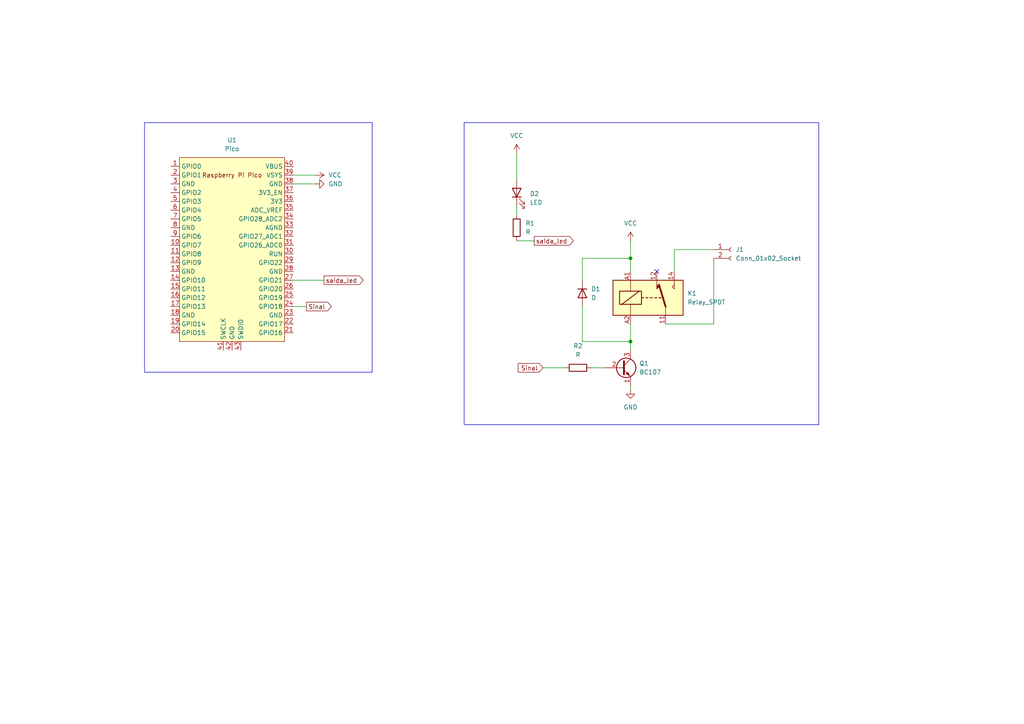
<source format=kicad_sch>
(kicad_sch (version 20231120) (generator "eeschema") (generator_version "8.0")
  (paper "A4")
  (lib_symbols
    (symbol "Connector:Conn_01x02_Socket" (pin_names (offset 1.016) hide)
      (property "Reference" "J" (at 0 2.54 0))
      (property "Value" "Conn_01x02_Socket" (at 0 -5.08 0))
      (symbol "Conn_01x02_Socket_1_1"
        (arc (start 0 -2.032) (mid -0.5058 -2.54) (end 0 -3.048) (stroke (width 0.1524)))
        (polyline (pts (xy -1.27 -2.54) (xy -0.508 -2.54)) (stroke (width 0.1524)))
        (polyline (pts (xy -1.27 0) (xy -0.508 0)) (stroke (width 0.1524)))
        (arc (start 0 0.508) (mid -0.5058 0) (end 0 -0.508) (stroke (width 0.1524)))
        (pin passive line (at -5.08 0 0) (length 3.81) (name "Pin_1") (number "1"))
        (pin passive line (at -5.08 -2.54 0) (length 3.81) (name "Pin_2") (number "2"))
      )
    )
    (symbol "Device:D" (pin_numbers hide) (pin_names (offset 1.016) hide)
      (property "Reference" "D" (at 0 2.54 0))
      (property "Value" "D" (at 0 -2.54 0))
      (symbol "D_0_1"
        (polyline (pts (xy -1.27 1.27) (xy -1.27 -1.27)) (stroke (width 0.254)))
        (polyline (pts (xy 1.27 0) (xy -1.27 0)))
        (polyline (pts (xy 1.27 1.27) (xy 1.27 -1.27) (xy -1.27 0) (xy 1.27 1.27)) (stroke (width 0.254)))
      )
      (symbol "D_1_1"
        (pin passive line (at -3.81 0 0) (length 2.54) (name "K") (number "1"))
        (pin passive line (at 3.81 0 180) (length 2.54) (name "A") (number "2"))
      )
    )
    (symbol "Device:LED" (pin_numbers hide) (pin_names (offset 1.016) hide)
      (property "Reference" "D" (at 0 2.54 0))
      (property "Value" "LED" (at 0 -2.54 0))
      (symbol "LED_0_1"
        (polyline (pts (xy -1.27 -1.27) (xy -1.27 1.27)) (stroke (width 0.254)))
        (polyline (pts (xy -1.27 0) (xy 1.27 0)))
        (polyline (pts (xy 1.27 -1.27) (xy 1.27 1.27) (xy -1.27 0) (xy 1.27 -1.27)) (stroke (width 0.254)))
        (polyline (pts (xy -3.048 -0.762) (xy -4.572 -2.286) (xy -3.81 -2.286) (xy -4.572 -2.286) (xy -4.572 -1.524)))
        (polyline (pts (xy -1.778 -0.762) (xy -3.302 -2.286) (xy -2.54 -2.286) (xy -3.302 -2.286) (xy -3.302 -1.524)))
      )
      (symbol "LED_1_1"
        (pin passive line (at -3.81 0 0) (length 2.54) (name "K") (number "1"))
        (pin passive line (at 3.81 0 180) (length 2.54) (name "A") (number "2"))
      )
    )
    (symbol "Device:R" (pin_numbers hide) (pin_names (offset 0))
      (property "Reference" "R" (at 2.032 0 90))
      (property "Value" "R" (at 0 0 90))
      (symbol "R_0_1"
        (rectangle (start -1.016 -2.54) (end 1.016 2.54) (stroke (width 0.254)))
      )
      (symbol "R_1_1"
        (pin passive line (at 0 3.81 270) (length 1.27) (name "~") (number "1"))
        (pin passive line (at 0 -3.81 90) (length 1.27) (name "~") (number "2"))
      )
    )
    (symbol "MCU_RaspberryPi_and_Boards:Pico"
      (property "Reference" "U" (at -13.97 27.94 0))
      (property "Value" "Pico" (at 0 19.05 0))
      (symbol "Pico_0_0"
        (text "Raspberry Pi Pico" (at 0 21.59 0) (effects (font (size 1.27 1.27))))
      )
      (symbol "Pico_0_1"
        (rectangle (start -15.24 26.67) (end 15.24 -26.67) (fill (type background)))
      )
      (symbol "Pico_1_1"
        (pin bidirectional line (at -17.78 24.13 0) (length 2.54) (name "GPIO0") (number "1"))
        (pin bidirectional line (at -17.78 1.27 0) (length 2.54) (name "GPIO7") (number "10"))
        (pin bidirectional line (at -17.78 -1.27 0) (length 2.54) (name "GPIO8") (number "11"))
        (pin bidirectional line (at -17.78 -3.81 0) (length 2.54) (name "GPIO9") (number "12"))
        (pin power_in line (at -17.78 -6.35 0) (length 2.54) (name "GND") (number "13"))
        (pin bidirectional line (at -17.78 -8.89 0) (length 2.54) (name "GPIO10") (number "14"))
        (pin bidirectional line (at -17.78 -11.43 0) (length 2.54) (name "GPIO11") (number "15"))
        (pin bidirectional line (at -17.78 -13.97 0) (length 2.54) (name "GPIO12") (number "16"))
        (pin bidirectional line (at -17.78 -16.51 0) (length 2.54) (name "GPIO13") (number "17"))
        (pin power_in line (at -17.78 -19.05 0) (length 2.54) (name "GND") (number "18"))
        (pin bidirectional line (at -17.78 -21.59 0) (length 2.54) (name "GPIO14") (number "19"))
        (pin bidirectional line (at -17.78 21.59 0) (length 2.54) (name "GPIO1") (number "2"))
        (pin bidirectional line (at -17.78 -24.13 0) (length 2.54) (name "GPIO15") (number "20"))
        (pin bidirectional line (at 17.78 -24.13 180) (length 2.54) (name "GPIO16") (number "21"))
        (pin bidirectional line (at 17.78 -21.59 180) (length 2.54) (name "GPIO17") (number "22"))
        (pin power_in line (at 17.78 -19.05 180) (length 2.54) (name "GND") (number "23"))
        (pin bidirectional line (at 17.78 -16.51 180) (length 2.54) (name "GPIO18") (number "24"))
        (pin bidirectional line (at 17.78 -13.97 180) (length 2.54) (name "GPIO19") (number "25"))
        (pin bidirectional line (at 17.78 -11.43 180) (length 2.54) (name "GPIO20") (number "26"))
        (pin bidirectional line (at 17.78 -8.89 180) (length 2.54) (name "GPIO21") (number "27"))
        (pin power_in line (at 17.78 -6.35 180) (length 2.54) (name "GND") (number "28"))
        (pin bidirectional line (at 17.78 -3.81 180) (length 2.54) (name "GPIO22") (number "29"))
        (pin power_in line (at -17.78 19.05 0) (length 2.54) (name "GND") (number "3"))
        (pin input line (at 17.78 -1.27 180) (length 2.54) (name "RUN") (number "30"))
        (pin bidirectional line (at 17.78 1.27 180) (length 2.54) (name "GPIO26_ADC0") (number "31"))
        (pin bidirectional line (at 17.78 3.81 180) (length 2.54) (name "GPIO27_ADC1") (number "32"))
        (pin power_in line (at 17.78 6.35 180) (length 2.54) (name "AGND") (number "33"))
        (pin bidirectional line (at 17.78 8.89 180) (length 2.54) (name "GPIO28_ADC2") (number "34"))
        (pin power_in line (at 17.78 11.43 180) (length 2.54) (name "ADC_VREF") (number "35"))
        (pin power_in line (at 17.78 13.97 180) (length 2.54) (name "3V3") (number "36"))
        (pin input line (at 17.78 16.51 180) (length 2.54) (name "3V3_EN") (number "37"))
        (pin bidirectional line (at 17.78 19.05 180) (length 2.54) (name "GND") (number "38"))
        (pin power_in line (at 17.78 21.59 180) (length 2.54) (name "VSYS") (number "39"))
        (pin bidirectional line (at -17.78 16.51 0) (length 2.54) (name "GPIO2") (number "4"))
        (pin power_in line (at 17.78 24.13 180) (length 2.54) (name "VBUS") (number "40"))
        (pin input line (at -2.54 -29.21 90) (length 2.54) (name "SWCLK") (number "41"))
        (pin power_in line (at 0 -29.21 90) (length 2.54) (name "GND") (number "42"))
        (pin bidirectional line (at 2.54 -29.21 90) (length 2.54) (name "SWDIO") (number "43"))
        (pin bidirectional line (at -17.78 13.97 0) (length 2.54) (name "GPIO3") (number "5"))
        (pin bidirectional line (at -17.78 11.43 0) (length 2.54) (name "GPIO4") (number "6"))
        (pin bidirectional line (at -17.78 8.89 0) (length 2.54) (name "GPIO5") (number "7"))
        (pin power_in line (at -17.78 6.35 0) (length 2.54) (name "GND") (number "8"))
        (pin bidirectional line (at -17.78 3.81 0) (length 2.54) (name "GPIO6") (number "9"))
      )
    )
    (symbol "Relay:Relay_SPDT"
      (property "Reference" "K" (at 11.43 3.81 0))
      (property "Value" "Relay_SPDT" (at 11.43 1.27 0))
      (symbol "Relay_SPDT_0_0"
        (polyline (pts (xy 7.62 5.08) (xy 7.62 2.54) (xy 6.985 3.175) (xy 7.62 3.81)))
      )
      (symbol "Relay_SPDT_0_1"
        (rectangle (start -10.16 5.08) (end 10.16 -5.08) (stroke (width 0.254)) (fill (type background)))
        (rectangle (start -8.255 1.905) (end -1.905 -1.905) (stroke (width 0.254)))
        (polyline (pts (xy -7.62 -1.905) (xy -2.54 1.905)) (stroke (width 0.254)))
        (polyline (pts (xy -5.08 -5.08) (xy -5.08 -1.905)))
        (polyline (pts (xy -5.08 5.08) (xy -5.08 1.905)))
        (polyline (pts (xy -1.905 0) (xy -1.27 0)) (stroke (width 0.254)))
        (polyline (pts (xy -0.635 0) (xy 0 0)) (stroke (width 0.254)))
        (polyline (pts (xy 0.635 0) (xy 1.27 0)) (stroke (width 0.254)))
        (polyline (pts (xy 1.905 0) (xy 2.54 0)) (stroke (width 0.254)))
        (polyline (pts (xy 3.175 0) (xy 3.81 0)) (stroke (width 0.254)))
        (polyline (pts (xy 5.08 -2.54) (xy 3.175 3.81)) (stroke (width 0.508)))
        (polyline (pts (xy 5.08 -2.54) (xy 5.08 -5.08)))
        (polyline (pts (xy 2.54 5.08) (xy 2.54 2.54) (xy 3.175 3.175) (xy 2.54 3.81)) (fill (type outline)))
      )
      (symbol "Relay_SPDT_1_1"
        (pin passive line (at 5.08 -7.62 90) (length 2.54) (name "~") (number "11"))
        (pin passive line (at 2.54 7.62 270) (length 2.54) (name "~") (number "12"))
        (pin passive line (at 7.62 7.62 270) (length 2.54) (name "~") (number "14"))
        (pin passive line (at -5.08 7.62 270) (length 2.54) (name "~") (number "A1"))
        (pin passive line (at -5.08 -7.62 90) (length 2.54) (name "~") (number "A2"))
      )
    )
    (symbol "Transistor_BJT:BC107" (pin_names (offset 0) hide)
      (property "Reference" "Q" (at 5.08 1.905 0))
      (property "Value" "BC107" (at 5.08 0 0))
      (symbol "BC107_0_1"
        (polyline (pts (xy 0.635 0.635) (xy 2.54 2.54)))
        (polyline (pts (xy 0.635 -0.635) (xy 2.54 -2.54) (xy 2.54 -2.54)))
        (polyline (pts (xy 0.635 1.905) (xy 0.635 -1.905) (xy 0.635 -1.905)) (stroke (width 0.508)))
        (polyline (pts (xy 1.27 -1.778) (xy 1.778 -1.27) (xy 2.286 -2.286) (xy 1.27 -1.778) (xy 1.27 -1.778)) (fill (type outline)))
        (circle (center 1.27 0) (radius 2.8194) (stroke (width 0.254)))
      )
      (symbol "BC107_1_1"
        (pin passive line (at 2.54 -5.08 90) (length 2.54) (name "E") (number "1"))
        (pin input line (at -5.08 0 0) (length 5.715) (name "B") (number "2"))
        (pin passive line (at 2.54 5.08 270) (length 2.54) (name "C") (number "3"))
      )
    )
    (symbol "power:GND" (power) (pin_numbers hide) (pin_names (offset 0) hide)
      (property "Value" "GND" (at 0 -3.81 0))
      (symbol "GND_0_1"
        (polyline (pts (xy 0 0) (xy 0 -1.27) (xy 1.27 -1.27) (xy 0 -2.54) (xy -1.27 -1.27) (xy 0 -1.27)))
      )
      (symbol "GND_1_1"
        (pin power_in line (at 0 0 270) (length 0) (name "~") (number "1"))
      )
    )
    (symbol "power:VCC" (power) (pin_numbers hide) (pin_names (offset 0) hide)
      (property "Value" "VCC" (at 0 3.556 0))
      (symbol "VCC_0_1"
        (polyline (pts (xy -0.762 1.27) (xy 0 2.54)))
        (polyline (pts (xy 0 0) (xy 0 2.54)))
        (polyline (pts (xy 0 2.54) (xy 0.762 1.27)))
      )
      (symbol "VCC_1_1"
        (pin power_in line (at 0 0 90) (length 0) (name "~") (number "1"))
      )
    )
  )
  (junction (at 182.88 99.06))
  (junction (at 182.88 74.93))
  (no_connect (at 190.5 78.74))
  (wire (pts (xy 207.01 74.93) (xy 207.01 93.98)))
  (wire (pts (xy 149.86 44.45) (xy 149.86 52.07)))
  (wire (pts (xy 171.45 106.68) (xy 175.26 106.68)))
  (wire (pts (xy 207.01 93.98) (xy 193.04 93.98)))
  (wire (pts (xy 182.88 111.76) (xy 182.88 113.03)))
  (wire (pts (xy 85.09 53.34) (xy 91.44 53.34)))
  (wire (pts (xy 168.91 74.93) (xy 182.88 74.93)))
  (wire (pts (xy 182.88 78.74) (xy 182.88 74.93)))
  (wire (pts (xy 182.88 99.06) (xy 182.88 101.6)))
  (wire (pts (xy 85.09 81.28) (xy 93.98 81.28)))
  (wire (pts (xy 168.91 88.9) (xy 168.91 99.06)))
  (wire (pts (xy 85.09 88.9) (xy 88.9 88.9)))
  (wire (pts (xy 149.86 59.69) (xy 149.86 62.23)))
  (wire (pts (xy 195.58 72.39) (xy 195.58 78.74)))
  (wire (pts (xy 182.88 69.85) (xy 182.88 74.93)))
  (wire (pts (xy 149.86 69.85) (xy 154.94 69.85)))
  (wire (pts (xy 182.88 93.98) (xy 182.88 99.06)))
  (wire (pts (xy 207.01 72.39) (xy 195.58 72.39)))
  (wire (pts (xy 168.91 99.06) (xy 182.88 99.06)))
  (wire (pts (xy 85.09 50.8) (xy 91.44 50.8)))
  (wire (pts (xy 157.48 106.68) (xy 163.83 106.68)))
  (wire (pts (xy 168.91 74.93) (xy 168.91 81.28)))
  (rectangle (start 134.62 35.56) (end 237.49 123.19))
  (rectangle (start 41.91 35.56) (end 107.95 107.95))
  (global_label "Sinal" (shape input) (at 157.48 106.68 180) (property "Intersheetrefs" "${INTERSHEET_REFS}" (effects (hide yes))))
  (global_label "Sinal" (shape output) (at 88.9 88.9 0) (property "Intersheetrefs" "${INTERSHEET_REFS}" (effects (hide yes))))
  (global_label "saida_led" (shape output) (at 93.98 81.28 0) (property "Intersheetrefs" "${INTERSHEET_REFS}" (effects (hide yes))))
  (global_label "saida_led" (shape output) (at 154.94 69.85 0) (property "Intersheetrefs" "${INTERSHEET_REFS}" (effects (hide yes))))
  (symbol (lib_id "power:GND") (at 91.44 53.34 90) (unit 1)
    (property "Reference" "#PWR04" (effects (hide yes)))
    (property "Value" "GND" (at 95.25 53.3399 90) (effects (justify right)))
    (property "Description" "Power symbol creates a global label with name \"GND\" , ground" (effects (hide yes)))
  )
  (symbol (lib_id "Relay:Relay_SPDT") (at 187.96 86.36 0) (unit 1)
    (property "Reference" "K1" (at 199.39 85.0899 0) (effects (justify left)))
    (property "Value" "Relay_SPDT" (at 199.39 87.6299 0) (effects (justify left)))
    (property "Footprint" "Relay_THT:Relay_SPDT_Schrack-RT1-FormC_RM3.5mm" (effects (hide yes)))
    (property "Description" "Monostable Relay SPDT, EN50005" (effects (hide yes)))
  )
  (symbol (lib_id "MCU_RaspberryPi_and_Boards:Pico") (at 67.31 72.39 0) (unit 1)
    (property "Reference" "U1" (at 67.31 40.64 0))
    (property "Value" "Pico" (at 67.31 43.18 0))
    (property "Footprint" "MCU_RaspberryPi_and_Boards:RPi_Pico_SMD_TH" (effects (hide yes)))
  )
  (symbol (lib_id "power:VCC") (at 91.44 50.8 270) (unit 1)
    (property "Reference" "#PWR05" (effects (hide yes)))
    (property "Value" "VCC" (at 95.25 50.7999 90) (effects (justify left)))
    (property "Description" "Power symbol creates a global label with name \"VCC\"" (effects (hide yes)))
  )
  (symbol (lib_id "Transistor_BJT:BC107") (at 180.34 106.68 0) (unit 1)
    (property "Reference" "Q1" (at 185.42 105.4099 0) (effects (justify left)))
    (property "Value" "BC107" (at 185.42 107.9499 0) (effects (justify left)))
    (property "Footprint" "Package_TO_SOT_THT:TO-18-3" (effects (hide yes)))
    (property "Datasheet" "http://www.b-kainka.de/Daten/Transistor/BC108.pdf" (effects (hide yes)))
    (property "Description" "0.1A Ic, 50V Vce, Low Noise General Purpose NPN Transistor, TO-18" (effects (hide yes)))
  )
  (symbol (lib_id "Device:R") (at 167.64 106.68 90) (unit 1)
    (property "Reference" "R2" (at 167.64 100.33 90))
    (property "Value" "R" (at 167.64 102.87 90))
    (property "Footprint" "Resistor_SMD:R_0402_1005Metric_Pad0.72x0.64mm_HandSolder" (effects (hide yes)))
    (property "Description" "Resistor" (effects (hide yes)))
  )
  (symbol (lib_id "power:VCC") (at 182.88 69.85 0) (unit 1)
    (property "Reference" "#PWR01" (effects (hide yes)))
    (property "Value" "VCC" (at 182.88 64.77 0))
    (property "Description" "Power symbol creates a global label with name \"VCC\"" (effects (hide yes)))
  )
  (symbol (lib_id "Connector:Conn_01x02_Socket") (at 212.09 72.39 0) (unit 1)
    (property "Reference" "J1" (at 213.36 72.3899 0) (effects (justify left)))
    (property "Value" "Conn_01x02_Socket" (at 213.36 74.9299 0) (effects (justify left)))
    (property "Footprint" "Connector_JST:JST_XH_S2B-XH-A-1_1x02_P2.50mm_Horizontal" (effects (hide yes)))
    (property "Description" "Generic connector, single row, 01x02, script generated" (effects (hide yes)))
  )
  (symbol (lib_id "Device:LED") (at 149.86 55.88 90) (unit 1)
    (property "Reference" "D2" (at 153.67 56.1974 90) (effects (justify right)))
    (property "Value" "LED" (at 153.67 58.7374 90) (effects (justify right)))
    (property "Footprint" "LED_THT:LED_D5.0mm_Clear" (effects (hide yes)))
    (property "Description" "Light emitting diode" (effects (hide yes)))
  )
  (symbol (lib_id "power:GND") (at 182.88 113.03 0) (unit 1)
    (property "Reference" "#PWR03" (effects (hide yes)))
    (property "Value" "GND" (at 182.88 118.11 0))
    (property "Description" "Power symbol creates a global label with name \"GND\" , ground" (effects (hide yes)))
  )
  (symbol (lib_id "Device:R") (at 149.86 66.04 0) (unit 1)
    (property "Reference" "R1" (at 152.4 64.7699 0) (effects (justify left)))
    (property "Value" "R" (at 152.4 67.3099 0) (effects (justify left)))
    (property "Footprint" "Resistor_SMD:R_0402_1005Metric_Pad0.72x0.64mm_HandSolder" (effects (hide yes)))
    (property "Description" "Resistor" (effects (hide yes)))
  )
  (symbol (lib_id "Device:D") (at 168.91 85.09 270) (unit 1)
    (property "Reference" "D1" (at 171.45 83.8199 90) (effects (justify left)))
    (property "Value" "D" (at 171.45 86.3599 90) (effects (justify left)))
    (property "Footprint" "Diode_SMD:D_0603_1608Metric" (effects (hide yes)))
    (property "Description" "Diode" (effects (hide yes)))
    (property "Sim.Device" "D" (effects (hide yes)))
    (property "Sim.Pins" "1=K 2=A" (effects (hide yes)))
  )
  (symbol (lib_id "power:VCC") (at 149.86 44.45 0) (unit 1)
    (property "Reference" "#PWR02" (effects (hide yes)))
    (property "Value" "VCC" (at 149.86 39.37 0))
    (property "Description" "Power symbol creates a global label with name \"VCC\"" (effects (hide yes)))
  )
)
</source>
